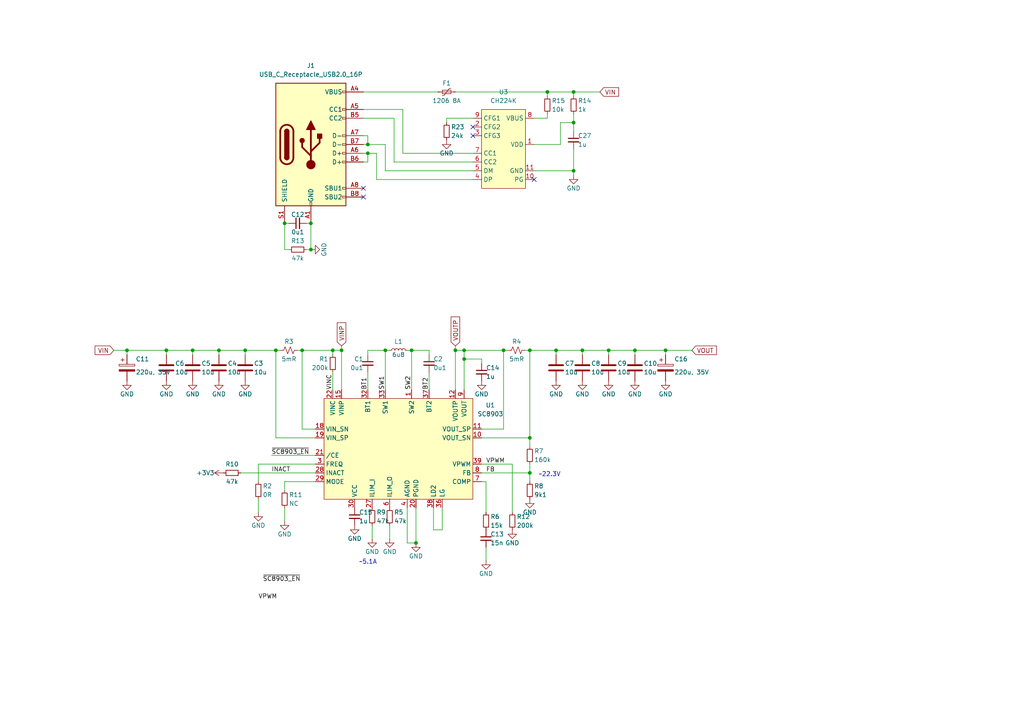
<source format=kicad_sch>
(kicad_sch (version 20230121) (generator eeschema)
  (paper "A4")
  (lib_symbols
    (symbol "AEX7 DC-DC:SC8903"
      (property "Reference" "U" (at 0 12.7 0))
      (property "Value" "SC8903" (at 3.81 2.54 90))
      (symbol "SC8903_0_0"
        (pin unspecified line (at 3.81 2.54 270) (length 2.54) (name "SW2") (number "1"))
        (pin unspecified line (at 24.13 -11.43 180) (length 2.54) (name "VOUT_SN") (number "10"))
        (pin unspecified line (at 24.13 -8.89 180) (length 2.54) (name "VOUT_SP") (number "11"))
        (pin unspecified line (at 16.51 2.54 270) (length 2.54) (name "VOUTP") (number "12"))
        (pin unspecified line (at -16.51 2.54 270) (length 2.54) (name "VINP") (number "15"))
        (pin unspecified line (at -24.13 -8.89 0) (length 2.54) (name "VIN_SN") (number "18"))
        (pin unspecified line (at -24.13 -11.43 0) (length 2.54) (name "VIN_SP") (number "19"))
        (pin unspecified line (at 5.08 -31.75 90) (length 2.54) (name "PGND") (number "20"))
        (pin unspecified line (at -24.13 -16.51 0) (length 2.54) (name "/CE") (number "21"))
        (pin unspecified line (at -19.05 2.54 270) (length 2.54) (name "VINC") (number "22"))
        (pin unspecified line (at -7.62 -31.75 90) (length 2.54) (name "ILIM_I") (number "27"))
        (pin unspecified line (at -24.13 -21.59 0) (length 2.54) (name "INACT") (number "28"))
        (pin unspecified line (at -24.13 -24.13 0) (length 2.54) (name "MODE") (number "29"))
        (pin unspecified line (at -24.13 -19.05 0) (length 2.54) (name "FREQ") (number "3"))
        (pin unspecified line (at -12.7 -31.75 90) (length 2.54) (name "VCC") (number "30"))
        (pin unspecified line (at -8.89 2.54 270) (length 2.54) (name "BT1") (number "32"))
        (pin unspecified line (at -3.81 2.54 270) (length 2.54) (name "SW1") (number "33"))
        (pin unspecified line (at 12.7 -31.75 90) (length 2.54) (name "LG") (number "36"))
        (pin unspecified line (at 8.89 2.54 270) (length 2.54) (name "BT2") (number "37"))
        (pin unspecified line (at 10.16 -31.75 90) (length 2.54) (name "LD2") (number "38"))
        (pin unspecified line (at 24.13 -19.05 180) (length 2.54) (name "VPWM") (number "39"))
        (pin unspecified line (at 2.54 -31.75 90) (length 2.54) (name "AGND") (number "4"))
        (pin unspecified line (at -2.54 -31.75 90) (length 2.54) (name "ILIM_O") (number "6"))
        (pin unspecified line (at 24.13 -24.13 180) (length 2.54) (name "COMP") (number "7"))
        (pin unspecified line (at 24.13 -21.59 180) (length 2.54) (name "FB") (number "8"))
        (pin unspecified line (at 19.05 2.54 270) (length 2.54) (name "VOUT") (number "9"))
      )
      (symbol "SC8903_1_0"
        (pin unspecified line (at 16.51 2.54 270) (length 2.54) hide (name "VOUTP") (number "13"))
        (pin unspecified line (at 16.51 2.54 270) (length 2.54) hide (name "VOUTP") (number "14"))
        (pin unspecified line (at -16.51 2.54 270) (length 2.54) hide (name "VINP") (number "16"))
        (pin unspecified line (at -16.51 2.54 270) (length 2.54) hide (name "VINP") (number "17"))
        (pin unspecified line (at 3.81 2.54 270) (length 2.54) hide (name "SW2") (number "2"))
        (pin unspecified line (at 5.08 -31.75 90) (length 2.54) hide (name "PGND") (number "23"))
        (pin unspecified line (at 5.08 -31.75 90) (length 2.54) hide (name "PGND") (number "24"))
        (pin unspecified line (at 5.08 -31.75 90) (length 2.54) hide (name "PGND") (number "25"))
        (pin unspecified line (at 5.08 -31.75 90) (length 2.54) hide (name "PGND") (number "26"))
        (pin unspecified line (at 17.78 -60.96 0) (length 2.54) hide (name "NC") (number "31"))
        (pin unspecified line (at -3.81 2.54 270) (length 2.54) hide (name "SW1") (number "34"))
        (pin unspecified line (at -3.81 2.54 270) (length 2.54) hide (name "SW1") (number "35"))
        (pin unspecified line (at 3.81 2.54 270) (length 2.54) hide (name "SW2") (number "40"))
        (pin unspecified line (at 17.78 -60.96 0) (length 2.54) hide (name "NC") (number "5"))
      )
    )
    (symbol "AEX7 Others:CH224"
      (property "Reference" "U" (at 3.81 8.89 0))
      (property "Value" "CH224K" (at 7.62 13.97 0))
      (symbol "CH224_0_0"
        (pin unspecified line (at 0 -12.7 0) (length 2.54) (name "VDD") (number "1"))
        (pin unspecified line (at 0 -22.86 0) (length 2.54) (name "PG") (number "10"))
        (pin unspecified line (at 0 -20.32 0) (length 2.54) (name "GND") (number "11"))
        (pin unspecified line (at 17.78 -7.62 180) (length 2.54) (name "CFG2") (number "2"))
        (pin unspecified line (at 17.78 -10.16 180) (length 2.54) (name "CFG3") (number "3"))
        (pin unspecified line (at 17.78 -22.86 180) (length 2.54) (name "DP") (number "4"))
        (pin unspecified line (at 17.78 -20.32 180) (length 2.54) (name "DM") (number "5"))
        (pin unspecified line (at 17.78 -17.78 180) (length 2.54) (name "CC2") (number "6"))
        (pin unspecified line (at 17.78 -15.24 180) (length 2.54) (name "CC1") (number "7"))
        (pin unspecified line (at 0 -5.08 0) (length 2.54) (name "VBUS") (number "8"))
        (pin unspecified line (at 17.78 -5.08 180) (length 2.54) (name "CFG1") (number "9"))
      )
    )
    (symbol "Connector:USB_C_Receptacle_USB2.0_16P" (pin_names (offset 1.016))
      (property "Reference" "J" (at 0 22.225 0))
      (property "Value" "USB_C_Receptacle_USB2.0_16P" (at 0 19.685 0))
      (symbol "USB_C_Receptacle_USB2.0_16P_1_1"
        (pin passive line (at 0 -22.86 90) (length 5.08) (name "GND") (number "A1"))
        (pin passive line (at 0 -22.86 90) (length 5.08) hide (name "GND") (number "A12"))
        (pin passive line (at 15.24 15.24 180) (length 5.08) (name "VBUS") (number "A4"))
        (pin bidirectional line (at 15.24 10.16 180) (length 5.08) (name "CC1") (number "A5"))
        (pin bidirectional line (at 15.24 -2.54 180) (length 5.08) (name "D+") (number "A6"))
        (pin bidirectional line (at 15.24 2.54 180) (length 5.08) (name "D-") (number "A7"))
        (pin bidirectional line (at 15.24 -12.7 180) (length 5.08) (name "SBU1") (number "A8"))
        (pin passive line (at 15.24 15.24 180) (length 5.08) hide (name "VBUS") (number "A9"))
        (pin passive line (at 0 -22.86 90) (length 5.08) hide (name "GND") (number "B1"))
        (pin passive line (at 0 -22.86 90) (length 5.08) hide (name "GND") (number "B12"))
        (pin passive line (at 15.24 15.24 180) (length 5.08) hide (name "VBUS") (number "B4"))
        (pin bidirectional line (at 15.24 7.62 180) (length 5.08) (name "CC2") (number "B5"))
        (pin bidirectional line (at 15.24 -5.08 180) (length 5.08) (name "D+") (number "B6"))
        (pin bidirectional line (at 15.24 0 180) (length 5.08) (name "D-") (number "B7"))
        (pin bidirectional line (at 15.24 -15.24 180) (length 5.08) (name "SBU2") (number "B8"))
        (pin passive line (at 15.24 15.24 180) (length 5.08) hide (name "VBUS") (number "B9"))
        (pin passive line (at -7.62 -22.86 90) (length 5.08) (name "SHIELD") (number "S1"))
      )
    )
    (symbol "Device:C" (pin_numbers hide) (pin_names (offset 0.254))
      (property "Reference" "C" (at 0.635 2.54 0))
      (property "Value" "C" (at 0.635 -2.54 0))
      (symbol "C_1_1"
        (pin passive line (at 0 3.81 270) (length 2.794) (name "~") (number "1"))
        (pin passive line (at 0 -3.81 90) (length 2.794) (name "~") (number "2"))
      )
    )
    (symbol "Device:C_Polarized" (pin_numbers hide) (pin_names (offset 0.254))
      (property "Reference" "C" (at 0.635 2.54 0))
      (property "Value" "C_Polarized" (at 0.635 -2.54 0))
      (symbol "C_Polarized_1_1"
        (pin passive line (at 0 3.81 270) (length 2.794) (name "~") (number "1"))
        (pin passive line (at 0 -3.81 90) (length 2.794) (name "~") (number "2"))
      )
    )
    (symbol "Device:C_Small" (pin_numbers hide) (pin_names (offset 0.254) hide)
      (property "Reference" "C" (at 0.254 1.778 0))
      (property "Value" "C_Small" (at 0.254 -2.032 0))
      (symbol "C_Small_1_1"
        (pin passive line (at 0 2.54 270) (length 2.032) (name "~") (number "1"))
        (pin passive line (at 0 -2.54 90) (length 2.032) (name "~") (number "2"))
      )
    )
    (symbol "Device:Crystal_Small" (pin_numbers hide) (pin_names (offset 1.016) hide)
      (property "Reference" "Y" (at 0 2.54 0))
      (property "Value" "Crystal_Small" (at 0 -2.54 0))
      (symbol "Crystal_Small_1_1"
        (pin passive line (at -2.54 0 0) (length 1.27) (name "1") (number "1"))
        (pin passive line (at 2.54 0 180) (length 1.27) (name "2") (number "2"))
      )
    )
    (symbol "Device:LED" (pin_numbers hide) (pin_names (offset 1.016) hide)
      (property "Reference" "D" (at 0 2.54 0))
      (property "Value" "LED" (at 0 -2.54 0))
      (symbol "LED_1_1"
        (pin passive line (at -3.81 0 0) (length 2.54) (name "K") (number "1"))
        (pin passive line (at 3.81 0 180) (length 2.54) (name "A") (number "2"))
      )
    )
    (symbol "Device:L_Small" (pin_numbers hide) (pin_names (offset 0.254) hide)
      (property "Reference" "L" (at 0.762 1.016 0))
      (property "Value" "L_Small" (at 0.762 -1.016 0))
      (symbol "L_Small_1_1"
        (pin passive line (at 0 2.54 270) (length 0.508) (name "~") (number "1"))
        (pin passive line (at 0 -2.54 90) (length 0.508) (name "~") (number "2"))
      )
    )
    (symbol "Device:Polyfuse_Small" (pin_numbers hide) (pin_names (offset 0))
      (property "Reference" "F" (at -1.905 0 90))
      (property "Value" "Polyfuse_Small" (at 1.905 0 90))
      (symbol "Polyfuse_Small_1_1"
        (pin passive line (at 0 2.54 270) (length 0.635) (name "~") (number "1"))
        (pin passive line (at 0 -2.54 90) (length 0.635) (name "~") (number "2"))
      )
    )
    (symbol "Device:R_Small" (pin_numbers hide) (pin_names (offset 0.254) hide)
      (property "Reference" "R" (at 0.762 0.508 0))
      (property "Value" "R_Small" (at 0.762 -1.016 0))
      (symbol "R_Small_1_1"
        (pin passive line (at 0 2.54 270) (length 0.762) (name "~") (number "1"))
        (pin passive line (at 0 -2.54 90) (length 0.762) (name "~") (number "2"))
      )
    )
    (symbol "Device:R_Small_US" (pin_numbers hide) (pin_names (offset 0.254) hide)
      (property "Reference" "R" (at 0.762 0.508 0))
      (property "Value" "R_Small_US" (at 0.762 -1.016 0))
      (symbol "R_Small_US_1_1"
        (pin passive line (at 0 2.54 270) (length 1.016) (name "~") (number "1"))
        (pin passive line (at 0 -2.54 90) (length 1.016) (name "~") (number "2"))
      )
    )
    (symbol "MCU_ST_STM32F1:STM32F103C8Tx"
      (property "Reference" "U" (at -12.7 39.37 0))
      (property "Value" "STM32F103C8Tx" (at 10.16 39.37 0))
      (symbol "STM32F103C8Tx_1_1"
        (pin power_in line (at -2.54 40.64 270) (length 2.54) (name "VBAT") (number "1"))
        (pin bidirectional line (at 17.78 35.56 180) (length 2.54) (name "PA0") (number "10"))
        (pin bidirectional line (at 17.78 33.02 180) (length 2.54) (name "PA1") (number "11"))
        (pin bidirectional line (at 17.78 30.48 180) (length 2.54) (name "PA2") (number "12"))
        (pin bidirectional line (at 17.78 27.94 180) (length 2.54) (name "PA3") (number "13"))
        (pin bidirectional line (at 17.78 25.4 180) (length 2.54) (name "PA4") (number "14"))
        (pin bidirectional line (at 17.78 22.86 180) (length 2.54) (name "PA5") (number "15"))
        (pin bidirectional line (at 17.78 20.32 180) (length 2.54) (name "PA6") (number "16"))
        (pin bidirectional line (at 17.78 17.78 180) (length 2.54) (name "PA7") (number "17"))
        (pin bidirectional line (at -15.24 7.62 0) (length 2.54) (name "PB0") (number "18"))
        (pin bidirectional line (at -15.24 5.08 0) (length 2.54) (name "PB1") (number "19"))
        (pin bidirectional line (at -15.24 17.78 0) (length 2.54) (name "PC13") (number "2"))
        (pin bidirectional line (at -15.24 2.54 0) (length 2.54) (name "PB2") (number "20"))
        (pin bidirectional line (at -15.24 -17.78 0) (length 2.54) (name "PB10") (number "21"))
        (pin bidirectional line (at -15.24 -20.32 0) (length 2.54) (name "PB11") (number "22"))
        (pin power_in line (at 0 -38.1 90) (length 2.54) (name "VSS") (number "23"))
        (pin power_in line (at 0 40.64 270) (length 2.54) (name "VDD") (number "24"))
        (pin bidirectional line (at -15.24 -22.86 0) (length 2.54) (name "PB12") (number "25"))
        (pin bidirectional line (at -15.24 -25.4 0) (length 2.54) (name "PB13") (number "26"))
        (pin bidirectional line (at -15.24 -27.94 0) (length 2.54) (name "PB14") (number "27"))
        (pin bidirectional line (at -15.24 -30.48 0) (length 2.54) (name "PB15") (number "28"))
        (pin bidirectional line (at 17.78 15.24 180) (length 2.54) (name "PA8") (number "29"))
        (pin bidirectional line (at -15.24 15.24 0) (length 2.54) (name "PC14") (number "3"))
        (pin bidirectional line (at 17.78 12.7 180) (length 2.54) (name "PA9") (number "30"))
        (pin bidirectional line (at 17.78 10.16 180) (length 2.54) (name "PA10") (number "31"))
        (pin bidirectional line (at 17.78 7.62 180) (length 2.54) (name "PA11") (number "32"))
        (pin bidirectional line (at 17.78 5.08 180) (length 2.54) (name "PA12") (number "33"))
        (pin bidirectional line (at 17.78 2.54 180) (length 2.54) (name "PA13") (number "34"))
        (pin passive line (at 0 -38.1 90) (length 2.54) hide (name "VSS") (number "35"))
        (pin power_in line (at 2.54 40.64 270) (length 2.54) (name "VDD") (number "36"))
        (pin bidirectional line (at 17.78 0 180) (length 2.54) (name "PA14") (number "37"))
        (pin bidirectional line (at 17.78 -2.54 180) (length 2.54) (name "PA15") (number "38"))
        (pin bidirectional line (at -15.24 0 0) (length 2.54) (name "PB3") (number "39"))
        (pin bidirectional line (at -15.24 12.7 0) (length 2.54) (name "PC15") (number "4"))
        (pin bidirectional line (at -15.24 -2.54 0) (length 2.54) (name "PB4") (number "40"))
        (pin bidirectional line (at -15.24 -5.08 0) (length 2.54) (name "PB5") (number "41"))
        (pin bidirectional line (at -15.24 -7.62 0) (length 2.54) (name "PB6") (number "42"))
        (pin bidirectional line (at -15.24 -10.16 0) (length 2.54) (name "PB7") (number "43"))
        (pin input line (at -15.24 30.48 0) (length 2.54) (name "BOOT0") (number "44"))
        (pin bidirectional line (at -15.24 -12.7 0) (length 2.54) (name "PB8") (number "45"))
        (pin bidirectional line (at -15.24 -15.24 0) (length 2.54) (name "PB9") (number "46"))
        (pin passive line (at 0 -38.1 90) (length 2.54) hide (name "VSS") (number "47"))
        (pin power_in line (at 5.08 40.64 270) (length 2.54) (name "VDD") (number "48"))
        (pin bidirectional line (at -15.24 25.4 0) (length 2.54) (name "PD0") (number "5"))
        (pin bidirectional line (at -15.24 22.86 0) (length 2.54) (name "PD1") (number "6"))
        (pin input line (at -15.24 35.56 0) (length 2.54) (name "NRST") (number "7"))
        (pin power_in line (at 2.54 -38.1 90) (length 2.54) (name "VSSA") (number "8"))
        (pin power_in line (at 7.62 40.64 270) (length 2.54) (name "VDDA") (number "9"))
      )
    )
    (symbol "Switch:SW_Push" (pin_numbers hide) (pin_names (offset 1.016) hide)
      (property "Reference" "SW" (at 1.27 2.54 0))
      (property "Value" "SW_Push" (at 0 -1.524 0))
      (symbol "SW_Push_0_1"
        (pin passive line (at -5.08 0 0) (length 2.54) (name "1") (number "1"))
        (pin passive line (at 5.08 0 180) (length 2.54) (name "2") (number "2"))
      )
    )
    (symbol "power:+3.3V" (power) (pin_names (offset 0))
      (property "Value" "+3.3V" (at 0 3.556 0))
      (symbol "+3.3V_1_1"
        (pin power_in line (at 0 0 90) (length 0) hide (name "+3.3V") (number "1"))
      )
    )
    (symbol "power:+3V3" (power) (pin_names (offset 0))
      (property "Value" "+3V3" (at 0 3.556 0))
      (symbol "+3V3_1_1"
        (pin power_in line (at 0 0 90) (length 0) hide (name "+3V3") (number "1"))
      )
    )
    (symbol "power:GND" (power) (pin_names (offset 0))
      (property "Value" "GND" (at 0 -3.81 0))
      (symbol "GND_1_1"
        (pin power_in line (at 0 0 270) (length 0) hide (name "GND") (number "1"))
      )
    )
  )
  (junction (at 415.29 15.24))
  (junction (at 106.68 44.45))
  (junction (at 402.59 102.87))
  (junction (at 441.96 184.15))
  (junction (at 71.12 101.6))
  (junction (at 408.94 110.49))
  (junction (at 388.62 180.34))
  (junction (at 401.32 138.43))
  (junction (at 391.16 36.83))
  (junction (at 421.64 110.49))
  (junction (at 391.16 31.75))
  (junction (at 48.26 101.6))
  (junction (at 168.91 101.6))
  (junction (at 36.83 101.6))
  (junction (at 80.01 101.6))
  (junction (at 415.29 110.49))
  (junction (at 161.29 101.6))
  (junction (at 132.08 101.6))
  (junction (at 82.55 64.77))
  (junction (at 402.59 110.49))
  (junction (at 119.38 101.6))
  (junction (at 388.62 138.43))
  (junction (at 193.04 101.6))
  (junction (at 146.05 101.6))
  (junction (at 412.75 15.24))
  (junction (at 158.75 26.67))
  (junction (at 184.15 101.6))
  (junction (at 90.17 72.39))
  (junction (at 153.67 137.16))
  (junction (at 166.37 35.56))
  (junction (at 55.88 101.6))
  (junction (at 410.21 15.24))
  (junction (at 153.67 127))
  (junction (at 96.52 101.6))
  (junction (at 411.48 96.52))
  (junction (at 166.37 26.67))
  (junction (at 408.94 102.87))
  (junction (at 401.32 180.34))
  (junction (at 90.17 64.77))
  (junction (at 120.65 157.48))
  (junction (at 421.64 102.87))
  (junction (at 106.68 41.91))
  (junction (at 134.62 101.6))
  (junction (at 381 34.29))
  (junction (at 63.5 101.6))
  (junction (at 153.67 101.6))
  (junction (at 166.37 49.53))
  (junction (at 99.06 101.6))
  (junction (at 441.96 176.53))
  (junction (at 415.29 102.87))
  (junction (at 176.53 101.6))
  (junction (at 87.63 101.6))
  (junction (at 396.24 110.49))
  (junction (at 134.62 104.14))
  (junction (at 396.24 102.87))
  (junction (at 111.76 101.6))
  (no_connect (at 105.41 54.61))
  (no_connect (at 137.16 39.37))
  (no_connect (at 105.41 57.15))
  (no_connect (at 137.16 36.83))
  (no_connect (at 154.94 52.07))
  (wire (pts (xy 71.12 101.6) (xy 71.12 102.87)))
  (wire (pts (xy 111.76 49.53) (xy 137.16 49.53)))
  (wire (pts (xy 82.55 142.24) (xy 82.55 139.7)))
  (wire (pts (xy 116.84 44.45) (xy 137.16 44.45)))
  (wire (pts (xy 410.21 15.24) (xy 412.75 15.24)))
  (wire (pts (xy 402.59 110.49) (xy 408.94 110.49)))
  (wire (pts (xy 431.8 53.34) (xy 429.26 53.34)))
  (wire (pts (xy 396.24 102.87) (xy 396.24 104.14)))
  (wire (pts (xy 132.08 113.03) (xy 132.08 101.6)))
  (wire (pts (xy 87.63 124.46) (xy 87.63 101.6)))
  (wire (pts (xy 132.08 26.67) (xy 158.75 26.67)))
  (wire (pts (xy 427.99 46.99) (xy 440.69 46.99)))
  (wire (pts (xy 87.63 101.6) (xy 96.52 101.6)))
  (wire (pts (xy 410.21 96.52) (xy 411.48 96.52)))
  (wire (pts (xy 158.75 27.94) (xy 158.75 26.67)))
  (wire (pts (xy 408.94 102.87) (xy 408.94 104.14)))
  (wire (pts (xy 412.75 168.91) (xy 424.18 168.91)))
  (wire (pts (xy 388.62 138.43) (xy 388.62 140.97)))
  (wire (pts (xy 153.67 127) (xy 153.67 101.6)))
  (wire (pts (xy 402.59 109.22) (xy 402.59 110.49)))
  (wire (pts (xy 168.91 101.6) (xy 176.53 101.6)))
  (wire (pts (xy 401.32 137.16) (xy 401.32 138.43)))
  (wire (pts (xy 55.88 101.6) (xy 63.5 101.6)))
  (wire (pts (xy 410.21 95.25) (xy 410.21 96.52)))
  (wire (pts (xy 166.37 26.67) (xy 166.37 27.94)))
  (wire (pts (xy 400.05 138.43) (xy 401.32 138.43)))
  (wire (pts (xy 166.37 50.8) (xy 166.37 49.53)))
  (wire (pts (xy 441.96 184.15) (xy 441.96 176.53)))
  (wire (pts (xy 55.88 101.6) (xy 55.88 102.87)))
  (wire (pts (xy 109.22 44.45) (xy 106.68 44.45)))
  (wire (pts (xy 421.64 102.87) (xy 421.64 104.14)))
  (wire (pts (xy 393.7 44.45) (xy 394.97 44.45)))
  (wire (pts (xy 396.24 110.49) (xy 402.59 110.49)))
  (wire (pts (xy 382.27 69.85) (xy 394.97 69.85)))
  (wire (pts (xy 105.41 46.99) (xy 106.68 46.99)))
  (wire (pts (xy 412.75 184.15) (xy 424.18 184.15)))
  (wire (pts (xy 153.67 101.6) (xy 161.29 101.6)))
  (wire (pts (xy 80.01 101.6) (xy 81.28 101.6)))
  (wire (pts (xy 82.55 147.32) (xy 82.55 151.13)))
  (wire (pts (xy 111.76 113.03) (xy 111.76 101.6)))
  (wire (pts (xy 193.04 101.6) (xy 200.66 101.6)))
  (wire (pts (xy 96.52 107.95) (xy 96.52 113.03)))
  (wire (pts (xy 427.99 49.53) (xy 440.69 49.53)))
  (wire (pts (xy 114.3 46.99) (xy 114.3 34.29)))
  (wire (pts (xy 162.56 35.56) (xy 166.37 35.56)))
  (wire (pts (xy 382.27 59.69) (xy 394.97 59.69)))
  (wire (pts (xy 394.97 102.87) (xy 396.24 102.87)))
  (wire (pts (xy 106.68 101.6) (xy 111.76 101.6)))
  (wire (pts (xy 96.52 101.6) (xy 99.06 101.6)))
  (wire (pts (xy 140.97 139.7) (xy 140.97 148.59)))
  (wire (pts (xy 124.46 102.87) (xy 124.46 101.6)))
  (wire (pts (xy 427.99 29.21) (xy 440.69 29.21)))
  (wire (pts (xy 382.27 46.99) (xy 393.7 46.99)))
  (wire (pts (xy 119.38 101.6) (xy 118.11 101.6)))
  (wire (pts (xy 106.68 39.37) (xy 106.68 41.91)))
  (wire (pts (xy 431.8 184.15) (xy 434.34 184.15)))
  (wire (pts (xy 154.94 49.53) (xy 166.37 49.53)))
  (wire (pts (xy 382.27 80.01) (xy 394.97 80.01)))
  (wire (pts (xy 387.35 138.43) (xy 388.62 138.43)))
  (wire (pts (xy 82.55 139.7) (xy 91.44 139.7)))
  (wire (pts (xy 74.93 134.62) (xy 74.93 139.7)))
  (wire (pts (xy 74.93 134.62) (xy 91.44 134.62)))
  (wire (pts (xy 82.55 64.77) (xy 83.82 64.77)))
  (wire (pts (xy 382.27 87.63) (xy 394.97 87.63)))
  (wire (pts (xy 129.54 34.29) (xy 137.16 34.29)))
  (wire (pts (xy 162.56 41.91) (xy 162.56 35.56)))
  (wire (pts (xy 132.08 101.6) (xy 134.62 101.6)))
  (wire (pts (xy 134.62 104.14) (xy 139.7 104.14)))
  (wire (pts (xy 146.05 101.6) (xy 147.32 101.6)))
  (wire (pts (xy 139.7 127) (xy 153.67 127)))
  (wire (pts (xy 427.99 102.87) (xy 427.99 104.14)))
  (wire (pts (xy 408.94 109.22) (xy 408.94 110.49)))
  (wire (pts (xy 441.96 184.15) (xy 441.96 185.42)))
  (wire (pts (xy 439.42 184.15) (xy 441.96 184.15)))
  (wire (pts (xy 137.16 46.99) (xy 114.3 46.99)))
  (wire (pts (xy 394.97 110.49) (xy 396.24 110.49)))
  (wire (pts (xy 382.27 82.55) (xy 394.97 82.55)))
  (wire (pts (xy 132.08 100.33) (xy 132.08 101.6)))
  (wire (pts (xy 125.73 153.67) (xy 128.27 153.67)))
  (wire (pts (xy 392.43 41.91) (xy 394.97 41.91)))
  (wire (pts (xy 153.67 127) (xy 153.67 129.54)))
  (wire (pts (xy 158.75 34.29) (xy 158.75 33.02)))
  (wire (pts (xy 158.75 26.67) (xy 166.37 26.67)))
  (wire (pts (xy 427.99 26.67) (xy 440.69 26.67)))
  (wire (pts (xy 382.27 62.23) (xy 394.97 62.23)))
  (wire (pts (xy 389.89 31.75) (xy 391.16 31.75)))
  (wire (pts (xy 193.04 101.6) (xy 193.04 102.87)))
  (wire (pts (xy 427.99 110.49) (xy 427.99 109.22)))
  (wire (pts (xy 382.27 85.09) (xy 394.97 85.09)))
  (wire (pts (xy 415.29 102.87) (xy 415.29 104.14)))
  (wire (pts (xy 402.59 102.87) (xy 402.59 104.14)))
  (wire (pts (xy 391.16 31.75) (xy 394.97 31.75)))
  (wire (pts (xy 421.64 102.87) (xy 427.99 102.87)))
  (wire (pts (xy 407.67 15.24) (xy 410.21 15.24)))
  (wire (pts (xy 91.44 124.46) (xy 87.63 124.46)))
  (wire (pts (xy 107.95 152.4) (xy 107.95 156.21)))
  (wire (pts (xy 384.81 36.83) (xy 381 36.83)))
  (wire (pts (xy 63.5 101.6) (xy 63.5 102.87)))
  (wire (pts (xy 379.73 67.31) (xy 394.97 67.31)))
  (wire (pts (xy 382.27 54.61) (xy 394.97 54.61)))
  (wire (pts (xy 429.26 53.34) (xy 429.26 54.61)))
  (wire (pts (xy 427.99 44.45) (xy 440.69 44.45)))
  (wire (pts (xy 421.64 109.22) (xy 421.64 110.49)))
  (wire (pts (xy 134.62 101.6) (xy 146.05 101.6)))
  (wire (pts (xy 382.27 52.07) (xy 394.97 52.07)))
  (wire (pts (xy 48.26 101.6) (xy 48.26 102.87)))
  (wire (pts (xy 134.62 104.14) (xy 134.62 113.03)))
  (wire (pts (xy 153.67 137.16) (xy 153.67 139.7)))
  (wire (pts (xy 388.62 180.34) (xy 388.62 181.61)))
  (wire (pts (xy 176.53 101.6) (xy 176.53 102.87)))
  (wire (pts (xy 48.26 101.6) (xy 55.88 101.6)))
  (wire (pts (xy 382.27 57.15) (xy 394.97 57.15)))
  (wire (pts (xy 415.29 102.87) (xy 421.64 102.87)))
  (wire (pts (xy 82.55 64.77) (xy 82.55 72.39)))
  (wire (pts (xy 388.62 138.43) (xy 394.97 138.43)))
  (wire (pts (xy 391.16 41.91) (xy 382.27 41.91)))
  (wire (pts (xy 427.99 41.91) (xy 440.69 41.91)))
  (wire (pts (xy 393.7 34.29) (xy 394.97 34.29)))
  (wire (pts (xy 382.27 74.93) (xy 394.97 74.93)))
  (wire (pts (xy 382.27 49.53) (xy 394.97 49.53)))
  (wire (pts (xy 387.35 180.34) (xy 388.62 180.34)))
  (wire (pts (xy 441.96 168.91) (xy 439.42 168.91)))
  (wire (pts (xy 69.85 137.16) (xy 91.44 137.16)))
  (wire (pts (xy 105.41 39.37) (xy 106.68 39.37)))
  (wire (pts (xy 139.7 124.46) (xy 146.05 124.46)))
  (wire (pts (xy 118.11 157.48) (xy 120.65 157.48)))
  (wire (pts (xy 111.76 101.6) (xy 113.03 101.6)))
  (wire (pts (xy 389.89 36.83) (xy 391.16 36.83)))
  (wire (pts (xy 63.5 101.6) (xy 71.12 101.6)))
  (wire (pts (xy 431.8 168.91) (xy 434.34 168.91)))
  (wire (pts (xy 415.29 109.22) (xy 415.29 110.49)))
  (wire (pts (xy 396.24 109.22) (xy 396.24 110.49)))
  (wire (pts (xy 427.99 59.69) (xy 439.42 59.69)))
  (wire (pts (xy 36.83 101.6) (xy 36.83 102.87)))
  (wire (pts (xy 106.68 46.99) (xy 106.68 44.45)))
  (wire (pts (xy 427.99 24.13) (xy 440.69 24.13)))
  (wire (pts (xy 430.53 55.88) (xy 430.53 57.15)))
  (wire (pts (xy 392.43 44.45) (xy 392.43 41.91)))
  (wire (pts (xy 71.12 101.6) (xy 80.01 101.6)))
  (wire (pts (xy 430.53 57.15) (xy 427.99 57.15)))
  (wire (pts (xy 114.3 34.29) (xy 105.41 34.29)))
  (wire (pts (xy 415.29 15.24) (xy 415.29 16.51)))
  (wire (pts (xy 124.46 107.95) (xy 124.46 113.03)))
  (wire (pts (xy 382.27 77.47) (xy 394.97 77.47)))
  (wire (pts (xy 140.97 158.75) (xy 140.97 162.56)))
  (wire (pts (xy 109.22 52.07) (xy 109.22 44.45)))
  (wire (pts (xy 106.68 107.95) (xy 106.68 113.03)))
  (wire (pts (xy 184.15 101.6) (xy 184.15 102.87)))
  (wire (pts (xy 412.75 15.24) (xy 412.75 16.51)))
  (wire (pts (xy 408.94 110.49) (xy 415.29 110.49)))
  (wire (pts (xy 90.17 64.77) (xy 90.17 72.39)))
  (wire (pts (xy 105.41 26.67) (xy 127 26.67)))
  (wire (pts (xy 33.02 101.6) (xy 36.83 101.6)))
  (wire (pts (xy 113.03 152.4) (xy 113.03 156.21)))
  (wire (pts (xy 415.29 15.24) (xy 417.83 15.24)))
  (wire (pts (xy 88.9 64.77) (xy 90.17 64.77)))
  (wire (pts (xy 120.65 147.32) (xy 120.65 157.48)))
  (wire (pts (xy 154.94 41.91) (xy 162.56 41.91)))
  (wire (pts (xy 382.27 44.45) (xy 392.43 44.45)))
  (wire (pts (xy 184.15 101.6) (xy 193.04 101.6)))
  (wire (pts (xy 140.97 139.7) (xy 139.7 139.7)))
  (wire (pts (xy 99.06 100.33) (xy 99.06 101.6)))
  (wire (pts (xy 401.32 180.34) (xy 401.32 181.61)))
  (wire (pts (xy 166.37 49.53) (xy 166.37 43.18)))
  (wire (pts (xy 427.99 39.37) (xy 440.69 39.37)))
  (wire (pts (xy 407.67 15.24) (xy 407.67 16.51)))
  (wire (pts (xy 396.24 102.87) (xy 402.59 102.87)))
  (wire (pts (xy 388.62 180.34) (xy 394.97 180.34)))
  (wire (pts (xy 139.7 104.14) (xy 139.7 105.41)))
  (wire (pts (xy 421.64 110.49) (xy 427.99 110.49)))
  (wire (pts (xy 412.75 176.53) (xy 424.18 176.53)))
  (wire (pts (xy 96.52 101.6) (xy 96.52 102.87)))
  (wire (pts (xy 148.59 134.62) (xy 139.7 134.62)))
  (wire (pts (xy 439.42 176.53) (xy 441.96 176.53)))
  (wire (pts (xy 412.75 96.52) (xy 412.75 95.25)))
  (wire (pts (xy 139.7 137.16) (xy 153.67 137.16)))
  (wire (pts (xy 430.53 55.88) (xy 431.8 55.88)))
  (wire (pts (xy 441.96 176.53) (xy 441.96 168.91)))
  (wire (pts (xy 176.53 101.6) (xy 184.15 101.6)))
  (wire (pts (xy 393.7 46.99) (xy 393.7 44.45)))
  (wire (pts (xy 408.94 102.87) (xy 415.29 102.87)))
  (wire (pts (xy 381 31.75) (xy 381 34.29)))
  (wire (pts (xy 88.9 72.39) (xy 90.17 72.39)))
  (wire (pts (xy 161.29 101.6) (xy 161.29 102.87)))
  (wire (pts (xy 86.36 101.6) (xy 87.63 101.6)))
  (wire (pts (xy 166.37 33.02) (xy 166.37 35.56)))
  (wire (pts (xy 417.83 15.24) (xy 417.83 16.51)))
  (wire (pts (xy 116.84 31.75) (xy 116.84 44.45)))
  (wire (pts (xy 382.27 72.39) (xy 394.97 72.39)))
  (wire (pts (xy 78.74 132.08) (xy 91.44 132.08)))
  (wire (pts (xy 80.01 127) (xy 91.44 127)))
  (wire (pts (xy 74.93 144.78) (xy 74.93 148.59)))
  (wire (pts (xy 36.83 101.6) (xy 48.26 101.6)))
  (wire (pts (xy 427.99 31.75) (xy 440.69 31.75)))
  (wire (pts (xy 82.55 72.39) (xy 83.82 72.39)))
  (wire (pts (xy 391.16 39.37) (xy 391.16 41.91)))
  (wire (pts (xy 137.16 52.07) (xy 109.22 52.07)))
  (wire (pts (xy 128.27 147.32) (xy 128.27 153.67)))
  (wire (pts (xy 118.11 147.32) (xy 118.11 157.48)))
  (wire (pts (xy 106.68 44.45) (xy 105.41 44.45)))
  (wire (pts (xy 106.68 41.91) (xy 105.41 41.91)))
  (wire (pts (xy 393.7 36.83) (xy 393.7 34.29)))
  (wire (pts (xy 410.21 15.24) (xy 410.21 16.51)))
  (wire (pts (xy 381 36.83) (xy 381 34.29)))
  (wire (pts (xy 431.8 176.53) (xy 434.34 176.53)))
  (wire (pts (xy 80.01 101.6) (xy 80.01 127)))
  (wire (pts (xy 427.99 34.29) (xy 440.69 34.29)))
  (wire (pts (xy 152.4 101.6) (xy 153.67 101.6)))
  (wire (pts (xy 168.91 101.6) (xy 168.91 102.87)))
  (wire (pts (xy 388.62 148.59) (xy 388.62 146.05)))
  (wire (pts (xy 161.29 101.6) (xy 168.91 101.6)))
  (wire (pts (xy 129.54 35.56) (xy 129.54 34.29)))
  (wire (pts (xy 106.68 102.87) (xy 106.68 101.6)))
  (wire (pts (xy 99.06 113.03) (xy 99.06 101.6)))
  (wire (pts (xy 411.48 96.52) (xy 412.75 96.52)))
  (wire (pts (xy 379.73 64.77) (xy 394.97 64.77)))
  (wire (pts (xy 146.05 124.46) (xy 146.05 101.6)))
  (wire (pts (xy 394.97 39.37) (xy 391.16 39.37)))
  (wire (pts (xy 119.38 113.03) (xy 119.38 101.6)))
  (wire (pts (xy 427.99 52.07) (xy 440.69 52.07)))
  (wire (pts (xy 105.41 31.75) (xy 116.84 31.75)))
  (wire (pts (xy 153.67 137.16) (xy 153.67 134.62)))
  (wire (pts (xy 402.59 102.87) (xy 408.94 102.87)))
  (wire (pts (xy 415.29 110.49) (xy 421.64 110.49)))
  (wire (pts (xy 106.68 41.91) (xy 111.76 41.91)))
  (wire (pts (xy 166.37 35.56) (xy 166.37 38.1)))
  (wire (pts (xy 154.94 34.29) (xy 158.75 34.29)))
  (wire (pts (xy 166.37 26.67) (xy 173.99 26.67)))
  (wire (pts (xy 427.99 36.83) (xy 440.69 36.83)))
  (wire (pts (xy 125.73 147.32) (xy 125.73 153.67)))
  (wire (pts (xy 148.59 148.59) (xy 148.59 134.62)))
  (wire (pts (xy 134.62 101.6) (xy 134.62 104.14)))
  (wire (pts (xy 111.76 41.91) (xy 111.76 49.53)))
  (wire (pts (xy 400.05 180.34) (xy 401.32 180.34)))
  (wire (pts (xy 427.99 21.59) (xy 440.69 21.59)))
  (wire (pts (xy 391.16 36.83) (xy 393.7 36.83)))
  (wire (pts (xy 412.75 15.24) (xy 415.29 15.24)))
  (wire (pts (xy 384.81 31.75) (xy 381 31.75)))
  (wire (pts (xy 124.46 101.6) (xy 119.38 101.6)))
  (wire (pts (xy 429.26 54.61) (xy 427.99 54.61)))
  (text "~22.3V" (at 156.21 138.43 0) (effects (font (size 1.27 1.27)) (justify left bottom)))
  (text "~5.1A" (at 104.14 163.83 0) (effects (font (size 1.27 1.27)) (justify left bottom)))
  (label "PB15_GPIO" (at 382.27 87.63 0))
  (label "SW1" (at 111.76 113.03 90))
  (label "PB9_SERVO1" (at 382.27 72.39 0))
  (label "PA6_GPIO" (at 440.69 36.83 180))
  (label "PB3_GPIO" (at 382.27 57.15 0))
  (label "UART2_TX" (at 440.69 26.67 180))
  (label "PB1_LED1" (at 382.27 52.07 0))
  (label "PB8_SERVO0" (at 382.27 69.85 0))
  (label "PB5_GPIO" (at 382.27 62.23 0))
  (label "PB12_GPIO" (at 382.27 80.01 0))
  (label "PB2_LED2" (at 382.27 54.61 0))
  (label "BT1" (at 106.68 113.03 90))
  (label "PB1_LED1" (at 412.75 176.53 0))
  (label "PA7_GPIO" (at 440.69 39.37 180))
  (label "PA0_GPIO" (at 440.69 21.59 180))
  (label "~{SC8903_EN}" (at 76.2 168.91 0))
  (label "VINC" (at 96.52 113.03 90))
  (label "PB2_LED2" (at 412.75 184.15 0))
  (label "PB0_LED0" (at 412.75 168.91 0))
  (label "UART1_TX" (at 440.69 44.45 180))
  (label "VPWM" (at 74.93 173.99 0))
  (label "PC15_V2" (at 382.27 46.99 0))
  (label "SW2" (at 119.38 113.03 90))
  (label "CAN_TX" (at 440.69 52.07 180))
  (label "PB13_GPIO" (at 382.27 82.55 0))
  (label "PB4_GPIO" (at 382.27 59.69 0))
  (label "BT2" (at 124.46 113.03 90))
  (label "PA15_GPIO" (at 439.42 59.69 180))
  (label "UART1_RX" (at 440.69 46.99 180))
  (label "UART3_TX" (at 382.27 74.93 0))
  (label "PA8_BUZZER" (at 440.69 41.91 180))
  (label "PC14_V1" (at 382.27 44.45 0))
  (label "I2C1_SDA" (at 379.73 67.31 0))
  (label "PB0_LED0" (at 382.27 49.53 0))
  (label "VPWM" (at 140.97 134.62 0))
  (label "PA5_GPIO" (at 440.69 34.29 180))
  (label "I2C1_SCL" (at 379.73 64.77 0))
  (label "INACT" (at 78.74 137.16 0))
  (label "PA1_GPIO" (at 440.69 24.13 180))
  (label "~{SC8903_EN}" (at 78.74 132.08 0))
  (label "UART2_RX" (at 440.69 29.21 180))
  (label "PA4_GPIO" (at 440.69 31.75 180))
  (label "PB14_GPIO" (at 382.27 85.09 0))
  (label "UART3_RX" (at 382.27 77.47 0))
  (label "CAN_RX" (at 440.69 49.53 180))
  (label "PC13_V0" (at 382.27 41.91 0))
  (label "FB" (at 140.97 137.16 0))
  (global_label "VOUT" (shape input) (at 200.66 101.6 0) (property "Intersheetrefs" "${INTERSHEET_REFS}" (effects hide)))
  (global_label "BOOT0" (shape input) (at 394.97 26.67 180) (property "Intersheetrefs" "${INTERSHEET_REFS}" (effects hide)))
  (global_label "BOOT0" (shape input) (at 387.35 180.34 180) (property "Intersheetrefs" "${INTERSHEET_REFS}" (effects hide)))
  (global_label "VOUTP" (shape input) (at 132.08 100.33 90) (property "Intersheetrefs" "${INTERSHEET_REFS}" (effects hide)))
  (global_label "VIN" (shape input) (at 173.99 26.67 0) (property "Intersheetrefs" "${INTERSHEET_REFS}" (effects hide)))
  (global_label "SWCLK" (shape input) (at 431.8 55.88 0) (property "Intersheetrefs" "${INTERSHEET_REFS}" (effects hide)))
  (global_label "VIN" (shape input) (at 33.02 101.6 180) (property "Intersheetrefs" "${INTERSHEET_REFS}" (effects hide)))
  (global_label "NRST" (shape input) (at 387.35 138.43 180) (property "Intersheetrefs" "${INTERSHEET_REFS}" (effects hide)))
  (global_label "SWDIO" (shape input) (at 431.8 53.34 0) (property "Intersheetrefs" "${INTERSHEET_REFS}" (effects hide)))
  (global_label "NRST" (shape input) (at 394.97 21.59 180) (property "Intersheetrefs" "${INTERSHEET_REFS}" (effects hide)))
  (global_label "VINP" (shape input) (at 99.06 100.33 90) (property "Intersheetrefs" "${INTERSHEET_REFS}" (effects hide)))
  (symbol (lib_id "power:GND") (at 401.32 148.59 0) (unit 1)
    (property "Reference" "#PWR030" (effects hide))
    (property "Value" "GND" (at 401.32 152.4 0))
  )
  (symbol (lib_id "Device:R_Small") (at 113.03 149.86 0) (mirror y) (unit 1)
    (property "Reference" "R5" (at 114.3 148.59 0) (effects (justify right)))
    (property "Value" "47k" (at 114.3 151.13 0) (effects (justify right)))
    (property "Footprint" "Resistor_SMD:R_0603_1608Metric" (effects hide))
  )
  (symbol (lib_id "power:+3.3V") (at 394.97 102.87 90) (unit 1)
    (property "Reference" "#PWR027" (effects hide))
    (property "Value" "+3.3V" (at 389.89 102.87 90))
  )
  (symbol (lib_id "power:GND") (at 184.15 110.49 0) (unit 1)
    (property "Reference" "#PWR09" (effects hide))
    (property "Value" "GND" (at 184.15 114.3 0))
  )
  (symbol (lib_id "power:GND") (at 140.97 162.56 0) (unit 1)
    (property "Reference" "#PWR014" (effects hide))
    (property "Value" "GND" (at 140.97 166.37 0))
  )
  (symbol (lib_id "power:GND") (at 148.59 153.67 0) (unit 1)
    (property "Reference" "#PWR020" (effects hide))
    (property "Value" "GND" (at 148.59 157.48 0))
  )
  (symbol (lib_id "power:GND") (at 153.67 144.78 0) (unit 1)
    (property "Reference" "#PWR015" (effects hide))
    (property "Value" "GND" (at 153.67 148.59 0))
  )
  (symbol (lib_id "Device:R_Small") (at 153.67 132.08 0) (mirror y) (unit 1)
    (property "Reference" "R7" (at 154.94 130.81 0) (effects (justify right)))
    (property "Value" "160k" (at 154.94 133.35 0) (effects (justify right)))
    (property "Footprint" "Resistor_SMD:R_0603_1608Metric" (effects hide))
  )
  (symbol (lib_id "power:GND") (at 176.53 110.49 0) (unit 1)
    (property "Reference" "#PWR08" (effects hide))
    (property "Value" "GND" (at 176.53 114.3 0))
  )
  (symbol (lib_id "Device:C") (at 55.88 106.68 0) (unit 1)
    (property "Reference" "C5" (at 58.42 105.41 0) (effects (justify left)))
    (property "Value" "10u" (at 58.42 107.95 0) (effects (justify left)))
    (property "Footprint" "Capacitor_SMD:C_1206_3216Metric" (effects hide))
  )
  (symbol (lib_id "Device:C") (at 176.53 106.68 0) (unit 1)
    (property "Reference" "C9" (at 179.07 105.41 0) (effects (justify left)))
    (property "Value" "10u" (at 179.07 107.95 0) (effects (justify left)))
    (property "Footprint" "Capacitor_SMD:C_1206_3216Metric" (effects hide))
  )
  (symbol (lib_id "Device:L_Small") (at 115.57 101.6 90) (unit 1)
    (property "Reference" "L1" (at 115.57 99.06 90))
    (property "Value" "6u8" (at 115.57 102.87 90))
    (property "Footprint" "Inductor_SMD:L_Sunlord_MWSA1004S" (effects hide))
  )
  (symbol (lib_id "Device:R_Small") (at 166.37 30.48 0) (mirror y) (unit 1)
    (property "Reference" "R14" (at 167.64 29.21 0) (effects (justify right)))
    (property "Value" "1k" (at 167.64 31.75 0) (effects (justify right)))
    (property "Footprint" "Resistor_SMD:R_0603_1608Metric" (effects hide))
  )
  (symbol (lib_id "Device:C") (at 168.91 106.68 0) (unit 1)
    (property "Reference" "C8" (at 171.45 105.41 0) (effects (justify left)))
    (property "Value" "10u" (at 171.45 107.95 0) (effects (justify left)))
    (property "Footprint" "Capacitor_SMD:C_1206_3216Metric" (effects hide))
  )
  (symbol (lib_id "power:GND") (at 381 34.29 270) (unit 1)
    (property "Reference" "#PWR024" (effects hide))
    (property "Value" "GND" (at 375.92 34.29 90))
  )
  (symbol (lib_id "Device:R_Small") (at 67.31 137.16 90) (unit 1)
    (property "Reference" "R10" (at 67.31 134.62 90))
    (property "Value" "47k" (at 67.31 139.7 90))
    (property "Footprint" "Resistor_SMD:R_0603_1608Metric" (effects hide))
  )
  (symbol (lib_id "power:+3V3") (at 64.77 137.16 90) (unit 1)
    (property "Reference" "#PWR017" (effects hide))
    (property "Value" "+3V3" (at 62.23 137.16 90) (effects (justify left)))
  )
  (symbol (lib_id "power:GND") (at 71.12 110.49 0) (unit 1)
    (property "Reference" "#PWR05" (effects hide))
    (property "Value" "GND" (at 71.12 114.3 0))
  )
  (symbol (lib_id "AEX7 DC-DC:SC8903") (at 115.57 115.57 0) (unit 1)
    (property "Reference" "U1" (at 142.24 117.5319 0))
    (property "Value" "SC8903" (at 142.24 120.0719 0))
    (property "Footprint" "AEX7 Others:QFN-40L(SC8903)" (effects hide))
  )
  (symbol (lib_id "Device:C") (at 184.15 106.68 0) (unit 1)
    (property "Reference" "C10" (at 186.69 105.41 0) (effects (justify left)))
    (property "Value" "10u" (at 186.69 107.95 0) (effects (justify left)))
    (property "Footprint" "Capacitor_SMD:C_1206_3216Metric" (effects hide))
  )
  (symbol (lib_id "power:GND") (at 441.96 185.42 0) (unit 1)
    (property "Reference" "#PWR035" (effects hide))
    (property "Value" "GND" (at 441.96 189.23 0))
  )
  (symbol (lib_id "power:GND") (at 411.48 96.52 0) (unit 1)
    (property "Reference" "#PWR033" (effects hide))
    (property "Value" "GND" (at 411.48 100.33 0))
  )
  (symbol (lib_id "Device:R_Small") (at 148.59 151.13 0) (mirror y) (unit 1)
    (property "Reference" "R12" (at 149.86 149.86 0) (effects (justify right)))
    (property "Value" "200k" (at 149.86 152.4 0) (effects (justify right)))
    (property "Footprint" "Resistor_SMD:R_0603_1608Metric" (effects hide))
  )
  (symbol (lib_id "Connector:USB_C_Receptacle_USB2.0_16P") (at 90.17 41.91 0) (unit 1)
    (property "Reference" "J1" (at 90.17 19.05 0))
    (property "Value" "USB_C_Receptacle_USB2.0_16P" (at 90.17 21.59 0))
    (property "Datasheet" "https://www.usb.org/sites/default/files/documents/usb_type-c.zip" (effects hide))
  )
  (symbol (lib_id "power:GND") (at 102.87 152.4 0) (unit 1)
    (property "Reference" "#PWR019" (effects hide))
    (property "Value" "GND" (at 102.87 156.21 0))
  )
  (symbol (lib_id "power:+3.3V") (at 412.75 15.24 0) (unit 1)
    (property "Reference" "#PWR034" (effects hide))
    (property "Value" "+3.3V" (at 417.83 13.97 0))
  )
  (symbol (lib_id "power:GND") (at 63.5 110.49 0) (unit 1)
    (property "Reference" "#PWR04" (effects hide))
    (property "Value" "GND" (at 63.5 114.3 0))
  )
  (symbol (lib_id "power:GND") (at 401.32 186.69 0) (unit 1)
    (property "Reference" "#PWR032" (effects hide))
    (property "Value" "GND" (at 401.32 190.5 0))
  )
  (symbol (lib_id "Device:R_Small") (at 129.54 38.1 0) (mirror y) (unit 1)
    (property "Reference" "R23" (at 130.81 36.83 0) (effects (justify right)))
    (property "Value" "24k" (at 130.81 39.37 0) (effects (justify right)))
    (property "Footprint" "Resistor_SMD:R_0603_1608Metric" (effects hide))
  )
  (symbol (lib_id "Device:Crystal_Small") (at 391.16 34.29 270) (unit 1)
    (property "Reference" "Y1" (at 392.43 30.48 90) (effects (justify right)))
    (property "Value" "8Mhz" (at 393.7 38.1 90) (effects (justify right)))
    (property "Footprint" "Crystal:Crystal_SMD_5032-2Pin_5.0x3.2mm" (effects hide))
  )
  (symbol (lib_id "Device:C_Small") (at 388.62 184.15 0) (unit 1)
    (property "Reference" "C20" (at 389.89 182.88 0) (effects (justify left)))
    (property "Value" "100n" (at 389.89 185.42 0) (effects (justify left)))
    (property "Footprint" "Capacitor_SMD:C_0603_1608Metric" (effects hide))
  )
  (symbol (lib_id "power:GND") (at 388.62 148.59 0) (unit 1)
    (property "Reference" "#PWR025" (effects hide))
    (property "Value" "GND" (at 388.62 152.4 0))
  )
  (symbol (lib_id "power:GND") (at 388.62 186.69 0) (unit 1)
    (property "Reference" "#PWR026" (effects hide))
    (property "Value" "GND" (at 388.62 190.5 0))
  )
  (symbol (lib_id "Device:R_Small") (at 82.55 144.78 0) (mirror y) (unit 1)
    (property "Reference" "R11" (at 83.82 143.51 0) (effects (justify right)))
    (property "Value" "NC" (at 83.82 146.05 0) (effects (justify right)))
    (property "Footprint" "Resistor_SMD:R_0603_1608Metric" (effects hide))
  )
  (symbol (lib_id "power:GND") (at 55.88 110.49 0) (unit 1)
    (property "Reference" "#PWR03" (effects hide))
    (property "Value" "GND" (at 55.88 114.3 0))
  )
  (symbol (lib_id "Device:R_Small") (at 96.52 105.41 0) (unit 1)
    (property "Reference" "R1" (at 95.25 104.14 0) (effects (justify right)))
    (property "Value" "200k" (at 95.25 106.68 0) (effects (justify right)))
    (property "Footprint" "Resistor_SMD:R_0603_1608Metric" (effects hide))
  )
  (symbol (lib_id "Device:C_Small") (at 408.94 106.68 0) (unit 1)
    (property "Reference" "C23" (at 410.21 105.41 0) (effects (justify left)))
    (property "Value" "100n" (at 410.21 107.95 0) (effects (justify left)))
    (property "Footprint" "Capacitor_SMD:C_0603_1608Metric" (effects hide))
  )
  (symbol (lib_id "power:GND") (at 113.03 156.21 0) (unit 1)
    (property "Reference" "#PWR011" (effects hide))
    (property "Value" "GND" (at 113.03 160.02 0))
  )
  (symbol (lib_id "power:GND") (at 82.55 151.13 0) (unit 1)
    (property "Reference" "#PWR018" (effects hide))
    (property "Value" "GND" (at 82.55 154.94 0))
  )
  (symbol (lib_id "Device:R_Small") (at 401.32 184.15 0) (unit 1)
    (property "Reference" "R19" (at 402.59 182.88 0) (effects (justify left)))
    (property "Value" "10k" (at 402.59 185.42 0) (effects (justify left)))
    (property "Footprint" "Resistor_SMD:R_0603_1608Metric" (effects hide))
  )
  (symbol (lib_id "power:GND") (at 193.04 110.49 0) (unit 1)
    (property "Reference" "#PWR010" (effects hide))
    (property "Value" "GND" (at 193.04 114.3 0))
  )
  (symbol (lib_id "Device:R_Small") (at 436.88 168.91 90) (unit 1)
    (property "Reference" "R20" (at 436.88 166.37 90))
    (property "Value" "1k" (at 436.88 171.45 90))
    (property "Footprint" "Resistor_SMD:R_0603_1608Metric" (effects hide))
  )
  (symbol (lib_id "Device:C_Small") (at 86.36 64.77 90) (unit 1)
    (property "Reference" "C12" (at 86.36 62.23 90))
    (property "Value" "0u1" (at 86.36 67.31 90))
    (property "Footprint" "Capacitor_SMD:C_0603_1608Metric" (effects hide))
  )
  (symbol (lib_id "Device:R_Small") (at 401.32 134.62 0) (unit 1)
    (property "Reference" "R18" (at 402.59 133.35 0) (effects (justify left)))
    (property "Value" "10k" (at 402.59 135.89 0) (effects (justify left)))
    (property "Footprint" "Resistor_SMD:R_0603_1608Metric" (effects hide))
  )
  (symbol (lib_id "Device:R_Small") (at 153.67 142.24 0) (mirror y) (unit 1)
    (property "Reference" "R8" (at 154.94 140.97 0) (effects (justify right)))
    (property "Value" "9k1" (at 154.94 143.51 0) (effects (justify right)))
    (property "Footprint" "Resistor_SMD:R_0603_1608Metric" (effects hide))
  )
  (symbol (lib_id "power:GND") (at 90.17 72.39 90) (unit 1)
    (property "Reference" "#PWR022" (effects hide))
    (property "Value" "GND" (at 93.98 72.39 0))
  )
  (symbol (lib_id "Device:Polyfuse_Small") (at 129.54 26.67 90) (unit 1)
    (property "Reference" "F1" (at 129.54 24.13 90))
    (property "Value" "1206 8A" (at 129.54 29.21 90))
    (property "Footprint" "Fuse:Fuse_1206_3216Metric" (effects hide))
  )
  (symbol (lib_id "Device:R_Small_US") (at 149.86 101.6 90) (unit 1)
    (property "Reference" "R4" (at 149.86 99.06 90))
    (property "Value" "5mR" (at 149.86 104.14 90))
    (property "Footprint" "Resistor_SMD:R_1206_3216Metric" (effects hide))
  )
  (symbol (lib_id "power:GND") (at 74.93 148.59 0) (unit 1)
    (property "Reference" "#PWR013" (effects hide))
    (property "Value" "GND" (at 74.93 152.4 0))
  )
  (symbol (lib_id "Device:C_Small") (at 387.35 31.75 90) (unit 1)
    (property "Reference" "C17" (at 386.08 30.48 90) (effects (justify left)))
    (property "Value" "22p" (at 386.08 33.02 90) (effects (justify left)))
    (property "Footprint" "Capacitor_SMD:C_0603_1608Metric" (effects hide))
  )
  (symbol (lib_id "power:GND") (at 161.29 110.49 0) (unit 1)
    (property "Reference" "#PWR06" (effects hide))
    (property "Value" "GND" (at 161.29 114.3 0))
  )
  (symbol (lib_id "Device:R_Small") (at 436.88 184.15 90) (unit 1)
    (property "Reference" "R22" (at 436.88 181.61 90))
    (property "Value" "1k" (at 436.88 186.69 90))
    (property "Footprint" "Resistor_SMD:R_0603_1608Metric" (effects hide))
  )
  (symbol (lib_id "Device:R_Small") (at 436.88 176.53 90) (unit 1)
    (property "Reference" "R21" (at 436.88 173.99 90))
    (property "Value" "1k" (at 436.88 179.07 90))
    (property "Footprint" "Resistor_SMD:R_0603_1608Metric" (effects hide))
  )
  (symbol (lib_id "Device:R_Small") (at 140.97 151.13 0) (mirror y) (unit 1)
    (property "Reference" "R6" (at 142.24 149.86 0) (effects (justify right)))
    (property "Value" "15k" (at 142.24 152.4 0) (effects (justify right)))
    (property "Footprint" "Resistor_SMD:R_0603_1608Metric" (effects hide))
  )
  (symbol (lib_id "MCU_ST_STM32F1:STM32F103C8Tx") (at 410.21 57.15 0) (unit 1)
    (property "Reference" "U2" (at 426.72 86.36 0) (effects (justify left)))
    (property "Value" "STM32F103C8Tx" (at 426.72 88.9 0) (effects (justify left)))
    (property "Footprint" "Package_QFP:LQFP-48_7x7mm_P0.5mm" (effects hide))
    (property "Datasheet" "https://www.st.com/resource/en/datasheet/stm32f103c8.pdf" (effects hide))
  )
  (symbol (lib_id "power:GND") (at 107.95 156.21 0) (unit 1)
    (property "Reference" "#PWR016" (effects hide))
    (property "Value" "GND" (at 107.95 160.02 0))
  )
  (symbol (lib_id "Device:LED") (at 427.99 176.53 180) (unit 1)
    (property "Reference" "D3" (at 427.99 173.99 0))
    (property "Value" "LED1" (at 427.99 179.07 0))
    (property "Footprint" "LED_SMD:LED_0603_1608Metric" (effects hide))
  )
  (symbol (lib_id "Device:C_Small") (at 427.99 106.68 0) (unit 1)
    (property "Reference" "C26" (at 429.26 105.41 0) (effects (justify left)))
    (property "Value" "100n" (at 429.26 107.95 0) (effects (justify left)))
    (property "Footprint" "Capacitor_SMD:C_0603_1608Metric" (effects hide))
  )
  (symbol (lib_id "Device:R_Small") (at 74.93 142.24 0) (mirror y) (unit 1)
    (property "Reference" "R2" (at 76.2 140.97 0) (effects (justify right)))
    (property "Value" "0R" (at 76.2 143.51 0) (effects (justify right)))
    (property "Footprint" "Resistor_SMD:R_0603_1608Metric" (effects hide))
  )
  (symbol (lib_id "power:GND") (at 120.65 157.48 0) (unit 1)
    (property "Reference" "#PWR021" (effects hide))
    (property "Value" "GND" (at 120.65 161.29 0))
  )
  (symbol (lib_id "Device:R_Small_US") (at 83.82 101.6 90) (unit 1)
    (property "Reference" "R3" (at 83.82 99.06 90))
    (property "Value" "5mR" (at 83.82 104.14 90))
    (property "Footprint" "Resistor_SMD:R_1206_3216Metric" (effects hide))
  )
  (symbol (lib_id "Device:C_Small") (at 139.7 107.95 0) (unit 1)
    (property "Reference" "C14" (at 140.97 106.68 0) (effects (justify left)))
    (property "Value" "1u" (at 140.97 109.22 0) (effects (justify left)))
    (property "Footprint" "Capacitor_SMD:C_0603_1608Metric" (effects hide))
  )
  (symbol (lib_id "Device:LED") (at 427.99 184.15 180) (unit 1)
    (property "Reference" "D4" (at 427.99 181.61 0))
    (property "Value" "LED2" (at 427.99 186.69 0))
    (property "Footprint" "LED_SMD:LED_0603_1608Metric" (effects hide))
  )
  (symbol (lib_id "Device:C_Small") (at 166.37 40.64 0) (unit 1)
    (property "Reference" "C27" (at 167.64 39.37 0) (effects (justify left)))
    (property "Value" "1u" (at 167.64 41.91 0) (effects (justify left)))
    (property "Footprint" "Capacitor_SMD:C_0603_1608Metric" (effects hide))
  )
  (symbol (lib_id "power:+3.3V") (at 401.32 170.18 0) (unit 1)
    (property "Reference" "#PWR031" (effects hide))
    (property "Value" "+3.3V" (at 401.32 166.37 0))
  )
  (symbol (lib_id "Device:R_Small") (at 397.51 138.43 90) (unit 1)
    (property "Reference" "R16" (at 397.51 135.89 90))
    (property "Value" "330R" (at 397.51 140.97 90))
    (property "Footprint" "Resistor_SMD:R_0603_1608Metric" (effects hide))
  )
  (symbol (lib_id "Device:C_Small") (at 388.62 143.51 0) (unit 1)
    (property "Reference" "C19" (at 389.89 142.24 0) (effects (justify left)))
    (property "Value" "100n" (at 389.89 144.78 0) (effects (justify left)))
    (property "Footprint" "Capacitor_SMD:C_0603_1608Metric" (effects hide))
  )
  (symbol (lib_id "power:+3.3V") (at 401.32 132.08 0) (unit 1)
    (property "Reference" "#PWR029" (effects hide))
    (property "Value" "+3.3V" (at 401.32 128.27 0))
  )
  (symbol (lib_id "Device:C_Small") (at 102.87 149.86 0) (unit 1)
    (property "Reference" "C15" (at 104.14 148.59 0) (effects (justify left)))
    (property "Value" "1u" (at 104.14 151.13 0) (effects (justify left)))
    (property "Footprint" "Capacitor_SMD:C_0603_1608Metric" (effects hide))
  )
  (symbol (lib_id "power:GND") (at 139.7 110.49 0) (unit 1)
    (property "Reference" "#PWR012" (effects hide))
    (property "Value" "GND" (at 139.7 114.3 0))
  )
  (symbol (lib_id "power:GND") (at 129.54 40.64 0) (unit 1)
    (property "Reference" "#PWR036" (effects hide))
    (property "Value" "GND" (at 129.54 44.45 0))
  )
  (symbol (lib_id "Switch:SW_Push") (at 401.32 143.51 270) (unit 1)
    (property "Reference" "SW1" (at 398.78 144.78 90))
    (property "Value" "RST" (at 398.78 147.32 90))
    (property "Footprint" "Button_Switch_SMD:SW_SPST_TL3342" (effects hide))
  )
  (symbol (lib_id "Device:C_Small") (at 387.35 36.83 90) (unit 1)
    (property "Reference" "C18" (at 386.08 35.56 90) (effects (justify left)))
    (property "Value" "22p" (at 386.08 38.1 90) (effects (justify left)))
    (property "Footprint" "Capacitor_SMD:C_0603_1608Metric" (effects hide))
  )
  (symbol (lib_id "Switch:SW_Push") (at 401.32 175.26 270) (unit 1)
    (property "Reference" "SW2" (at 397.51 171.45 90))
    (property "Value" "BOOT0" (at 397.51 173.99 90))
    (property "Footprint" "Button_Switch_SMD:SW_SPST_TL3342" (effects hide))
  )
  (symbol (lib_id "Device:R_Small") (at 397.51 180.34 90) (unit 1)
    (property "Reference" "R17" (at 397.51 177.8 90))
    (property "Value" "330R" (at 397.51 182.88 90))
    (property "Footprint" "Resistor_SMD:R_0603_1608Metric" (effects hide))
  )
  (symbol (lib_id "Device:R_Small") (at 86.36 72.39 90) (unit 1)
    (property "Reference" "R13" (at 86.36 69.85 90))
    (property "Value" "47k" (at 86.36 74.93 90))
    (property "Footprint" "Resistor_SMD:R_0603_1608Metric" (effects hide))
  )
  (symbol (lib_id "power:GND") (at 166.37 50.8 0) (unit 1)
    (property "Reference" "#PWR023" (effects hide))
    (property "Value" "GND" (at 166.37 54.61 0))
  )
  (symbol (lib_id "power:GND") (at 36.83 110.49 0) (unit 1)
    (property "Reference" "#PWR01" (effects hide))
    (property "Value" "GND" (at 36.83 114.3 0))
  )
  (symbol (lib_id "Device:R_Small") (at 107.95 149.86 0) (mirror y) (unit 1)
    (property "Reference" "R9" (at 109.22 148.59 0) (effects (justify right)))
    (property "Value" "47k" (at 109.22 151.13 0) (effects (justify right)))
    (property "Footprint" "Resistor_SMD:R_0603_1608Metric" (effects hide))
  )
  (symbol (lib_id "Device:C") (at 71.12 106.68 0) (unit 1)
    (property "Reference" "C3" (at 73.66 105.41 0) (effects (justify left)))
    (property "Value" "10u" (at 73.66 107.95 0) (effects (justify left)))
    (property "Footprint" "Capacitor_SMD:C_1206_3216Metric" (effects hide))
  )
  (symbol (lib_id "Device:C_Small") (at 415.29 106.68 0) (unit 1)
    (property "Reference" "C24" (at 416.56 105.41 0) (effects (justify left)))
    (property "Value" "100n" (at 416.56 107.95 0) (effects (justify left)))
    (property "Footprint" "Capacitor_SMD:C_0603_1608Metric" (effects hide))
  )
  (symbol (lib_id "AEX7 Others:CH224") (at 154.94 29.21 0) (mirror y) (unit 1)
    (property "Reference" "U3" (at 146.05 26.67 0))
    (property "Value" "CH224K" (at 146.05 29.21 0))
    (property "Footprint" "AEX7 Others:ESSOP-10_3.9x4.9mm_P1.00mm" (effects hide))
  )
  (symbol (lib_id "Device:C") (at 63.5 106.68 0) (unit 1)
    (property "Reference" "C4" (at 66.04 105.41 0) (effects (justify left)))
    (property "Value" "10u" (at 66.04 107.95 0) (effects (justify left)))
    (property "Footprint" "Capacitor_SMD:C_1206_3216Metric" (effects hide))
  )
  (symbol (lib_id "Device:R_Small") (at 158.75 30.48 0) (mirror y) (unit 1)
    (property "Reference" "R15" (at 160.02 29.21 0) (effects (justify right)))
    (property "Value" "10k" (at 160.02 31.75 0) (effects (justify right)))
    (property "Footprint" "Resistor_SMD:R_0603_1608Metric" (effects hide))
  )
  (symbol (lib_id "Device:C_Polarized") (at 36.83 106.68 0) (unit 1)
    (property "Reference" "C11" (at 39.37 104.14 0) (effects (justify left)))
    (property "Value" "220u, 35V" (at 39.37 107.95 0) (effects (justify left)))
    (property "Footprint" "AEX7 MOS:Cap_Al_D6.3xH11.5mm_Hor_Flip" (effects hide))
  )
  (symbol (lib_id "Device:C_Small") (at 402.59 106.68 0) (unit 1)
    (property "Reference" "C22" (at 403.86 105.41 0) (effects (justify left)))
    (property "Value" "100n" (at 403.86 107.95 0) (effects (justify left)))
    (property "Footprint" "Capacitor_SMD:C_0603_1608Metric" (effects hide))
  )
  (symbol (lib_id "Device:C_Polarized") (at 193.04 106.68 0) (unit 1)
    (property "Reference" "C16" (at 195.58 104.14 0) (effects (justify left)))
    (property "Value" "220u, 35V" (at 195.58 107.95 0) (effects (justify left)))
    (property "Footprint" "AEX7 MOS:Cap_Al_D6.3xH11.5mm_Hor" (effects hide))
  )
  (symbol (lib_id "Device:C_Small") (at 106.68 105.41 0) (mirror y) (unit 1)
    (property "Reference" "C1" (at 105.41 104.14 0) (effects (justify left)))
    (property "Value" "0u1" (at 105.41 106.68 0) (effects (justify left)))
    (property "Footprint" "Capacitor_SMD:C_0603_1608Metric" (effects hide))
  )
  (symbol (lib_id "Device:C_Small") (at 396.24 106.68 0) (unit 1)
    (property "Reference" "C21" (at 397.51 105.41 0) (effects (justify left)))
    (property "Value" "4.7u" (at 397.51 107.95 0) (effects (justify left)))
    (property "Footprint" "Capacitor_SMD:C_0603_1608Metric" (effects hide))
  )
  (symbol (lib_id "power:GND") (at 394.97 110.49 270) (unit 1)
    (property "Reference" "#PWR028" (effects hide))
    (property "Value" "GND" (at 389.89 110.49 90))
  )
  (symbol (lib_id "Device:C") (at 161.29 106.68 0) (unit 1)
    (property "Reference" "C7" (at 163.83 105.41 0) (effects (justify left)))
    (property "Value" "10u" (at 163.83 107.95 0) (effects (justify left)))
    (property "Footprint" "Capacitor_SMD:C_1206_3216Metric" (effects hide))
  )
  (symbol (lib_id "power:GND") (at 168.91 110.49 0) (unit 1)
    (property "Reference" "#PWR07" (effects hide))
    (property "Value" "GND" (at 168.91 114.3 0))
  )
  (symbol (lib_id "Device:LED") (at 427.99 168.91 180) (unit 1)
    (property "Reference" "D2" (at 427.99 166.37 0))
    (property "Value" "LED0" (at 427.99 171.45 0))
    (property "Footprint" "LED_SMD:LED_0603_1608Metric" (effects hide))
  )
  (symbol (lib_id "power:GND") (at 48.26 110.49 0) (unit 1)
    (property "Reference" "#PWR02" (effects hide))
    (property "Value" "GND" (at 48.26 114.3 0))
  )
  (symbol (lib_id "Device:C_Small") (at 140.97 156.21 0) (unit 1)
    (property "Reference" "C13" (at 142.24 154.94 0) (effects (justify left)))
    (property "Value" "15n" (at 142.24 157.48 0) (effects (justify left)))
    (property "Footprint" "Capacitor_SMD:C_0603_1608Metric" (effects hide))
  )
  (symbol (lib_id "Device:C_Small") (at 124.46 105.41 0) (unit 1)
    (property "Reference" "C2" (at 125.73 104.14 0) (effects (justify left)))
    (property "Value" "0u1" (at 125.73 106.68 0) (effects (justify left)))
    (property "Footprint" "Capacitor_SMD:C_0603_1608Metric" (effects hide))
  )
  (symbol (lib_id "Device:C") (at 48.26 106.68 0) (unit 1)
    (property "Reference" "C6" (at 50.8 105.41 0) (effects (justify left)))
    (property "Value" "10u" (at 50.8 107.95 0) (effects (justify left)))
    (property "Footprint" "Capacitor_SMD:C_1206_3216Metric" (effects hide))
  )
  (symbol (lib_id "Device:C_Small") (at 421.64 106.68 0) (unit 1)
    (property "Reference" "C25" (at 422.91 105.41 0) (effects (justify left)))
    (property "Value" "100n" (at 422.91 107.95 0) (effects (justify left)))
    (property "Footprint" "Capacitor_SMD:C_0603_1608Metric" (effects hide))
  )
)
</source>
